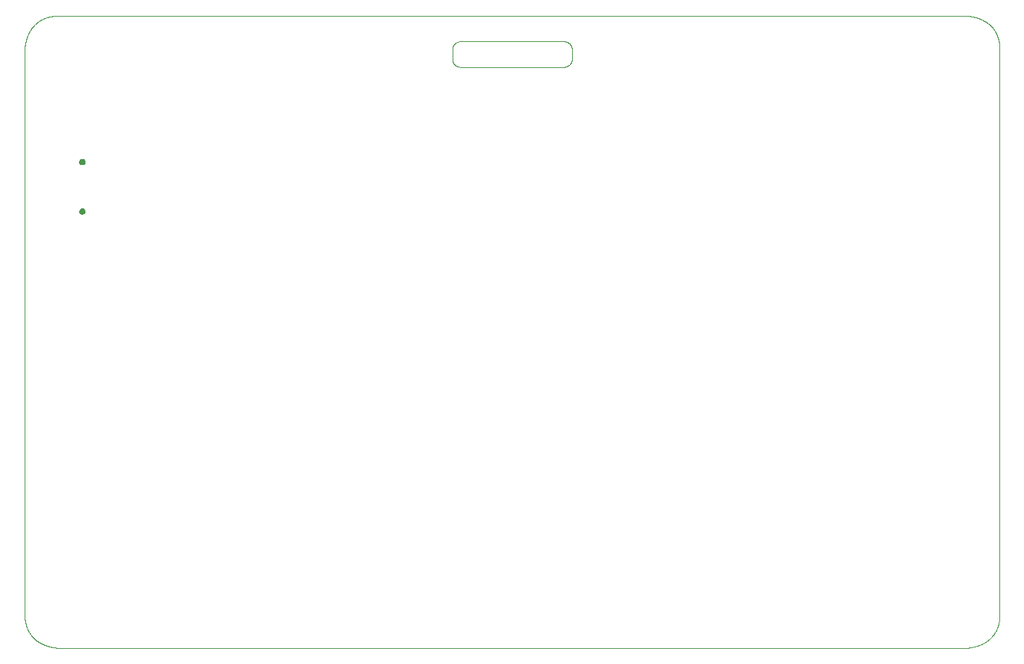
<source format=gbr>
%TF.GenerationSoftware,KiCad,Pcbnew,9.0.6*%
%TF.CreationDate,2026-01-26T23:14:37+09:00*%
%TF.ProjectId,bokaka,626f6b61-6b61-42e6-9b69-6361645f7063,rev?*%
%TF.SameCoordinates,Original*%
%TF.FileFunction,Profile,NP*%
%FSLAX46Y46*%
G04 Gerber Fmt 4.6, Leading zero omitted, Abs format (unit mm)*
G04 Created by KiCad (PCBNEW 9.0.6) date 2026-01-26 23:14:37*
%MOMM*%
%LPD*%
G01*
G04 APERTURE LIST*
%ADD10C,0.050000*%
%TA.AperFunction,Profile*%
%ADD11C,0.050000*%
%TD*%
%TA.AperFunction,Profile*%
%ADD12C,0.000000*%
%TD*%
G04 APERTURE END LIST*
D10*
X153000000Y-53000000D02*
X153005467Y-53000010D01*
X153010914Y-53000040D01*
X153016342Y-53000090D01*
X153021749Y-53000159D01*
X153027137Y-53000248D01*
X153032505Y-53000357D01*
X153037854Y-53000486D01*
X153043183Y-53000634D01*
X153048493Y-53000801D01*
X153053783Y-53000988D01*
X153059054Y-53001194D01*
X153064305Y-53001419D01*
X153069538Y-53001664D01*
X153074751Y-53001927D01*
X153079946Y-53002210D01*
X153085121Y-53002511D01*
X153090277Y-53002832D01*
X153095415Y-53003171D01*
X153100534Y-53003529D01*
X153105634Y-53003906D01*
X153110716Y-53004301D01*
X153115779Y-53004715D01*
X153120824Y-53005147D01*
X153125850Y-53005598D01*
X153130858Y-53006068D01*
X153135847Y-53006555D01*
X153140819Y-53007061D01*
X153145772Y-53007585D01*
X153150708Y-53008128D01*
X153155625Y-53008688D01*
X153160524Y-53009267D01*
X153165405Y-53009863D01*
X153170270Y-53010477D01*
X153175115Y-53011109D01*
X153179944Y-53011760D01*
X153184755Y-53012427D01*
X153189549Y-53013113D01*
X153194324Y-53013816D01*
X153199083Y-53014537D01*
X153203824Y-53015275D01*
X153208548Y-53016031D01*
X153213254Y-53016805D01*
X153217945Y-53017596D01*
X153222617Y-53018404D01*
X153227273Y-53019229D01*
X153231911Y-53020072D01*
X153236534Y-53020932D01*
X153241138Y-53021809D01*
X153245727Y-53022703D01*
X153250298Y-53023615D01*
X153254854Y-53024543D01*
X153259392Y-53025488D01*
X153263915Y-53026451D01*
X153268420Y-53027430D01*
X153272910Y-53028426D01*
X153277382Y-53029439D01*
X153281840Y-53030469D01*
X153286280Y-53031515D01*
X153290706Y-53032579D01*
X153295113Y-53033658D01*
X153299507Y-53034755D01*
X153303883Y-53035868D01*
X153308245Y-53036998D01*
X153312589Y-53038144D01*
X153316919Y-53039307D01*
X153321232Y-53040485D01*
X153325531Y-53041681D01*
X153329813Y-53042893D01*
X153334081Y-53044122D01*
X153338331Y-53045366D01*
X153342569Y-53046627D01*
X153346789Y-53047904D01*
X153350996Y-53049198D01*
X153355185Y-53050507D01*
X153363520Y-53053174D01*
X153371796Y-53055906D01*
X153380012Y-53058702D01*
X153388168Y-53061563D01*
X153396266Y-53064487D01*
X153404306Y-53067475D01*
X153412287Y-53070526D01*
X153420211Y-53073641D01*
X153428078Y-53076819D01*
X153435888Y-53080060D01*
X153443642Y-53083363D01*
X153451339Y-53086730D01*
X153458982Y-53090159D01*
X153466569Y-53093651D01*
X153474101Y-53097206D01*
X153481579Y-53100823D01*
X153489003Y-53104502D01*
X153496373Y-53108244D01*
X153503690Y-53112048D01*
X153510953Y-53115914D01*
X153518164Y-53119843D01*
X153525323Y-53123833D01*
X153532429Y-53127886D01*
X153539484Y-53132001D01*
X153546487Y-53136179D01*
X153553439Y-53140418D01*
X153560340Y-53144720D01*
X153567190Y-53149085D01*
X153573990Y-53153511D01*
X153580740Y-53158001D01*
X153587440Y-53162552D01*
X153594090Y-53167166D01*
X153600691Y-53171843D01*
X153607242Y-53176583D01*
X153613745Y-53181386D01*
X153620198Y-53186251D01*
X153626603Y-53191180D01*
X153632960Y-53196172D01*
X153639268Y-53201228D01*
X153645528Y-53206347D01*
X153651740Y-53211529D01*
X153657904Y-53216776D01*
X153664020Y-53222086D01*
X153670089Y-53227461D01*
X153676110Y-53232900D01*
X153682084Y-53238404D01*
X153688010Y-53243972D01*
X153693889Y-53249605D01*
X153699721Y-53255303D01*
X153705506Y-53261067D01*
X153711243Y-53266896D01*
X153716933Y-53272790D01*
X153722577Y-53278751D01*
X153728173Y-53284778D01*
X153733722Y-53290871D01*
X153739224Y-53297030D01*
X153744678Y-53303257D01*
X153750086Y-53309550D01*
X153755446Y-53315910D01*
X153760759Y-53322338D01*
X153766024Y-53328834D01*
X153771242Y-53335397D01*
X153776412Y-53342029D01*
X153781534Y-53348728D01*
X153786609Y-53355496D01*
X153791636Y-53362333D01*
X153796614Y-53369239D01*
X153801544Y-53376213D01*
X153806425Y-53383257D01*
X153811258Y-53390370D01*
X153816041Y-53397553D01*
X153820776Y-53404806D01*
X153825461Y-53412128D01*
X153830096Y-53419521D01*
X153834682Y-53426983D01*
X153839217Y-53434516D01*
X153843702Y-53442119D01*
X153848135Y-53449793D01*
X153852518Y-53457537D01*
X153856849Y-53465351D01*
X153861129Y-53473236D01*
X153865356Y-53481192D01*
X153869531Y-53489218D01*
X153873652Y-53497314D01*
X153877721Y-53505481D01*
X153881735Y-53513718D01*
X153885696Y-53522026D01*
X153889601Y-53530403D01*
X153893452Y-53538850D01*
X153897246Y-53547366D01*
X153900985Y-53555951D01*
X153904667Y-53564605D01*
X153908292Y-53573328D01*
X153911859Y-53582118D01*
X153915368Y-53590975D01*
X153918818Y-53599900D01*
X153922208Y-53608890D01*
X153925539Y-53617946D01*
X153928808Y-53627067D01*
X153932017Y-53636251D01*
X153935163Y-53645497D01*
X153938246Y-53654806D01*
X153941266Y-53664174D01*
X153944222Y-53673602D01*
X153947113Y-53683087D01*
X153949939Y-53692627D01*
X153952698Y-53702222D01*
X153955389Y-53711869D01*
X153958013Y-53721566D01*
X153960568Y-53731311D01*
X153963053Y-53741100D01*
X153965467Y-53750932D01*
X153967810Y-53760803D01*
X153970080Y-53770709D01*
X153972277Y-53780647D01*
X153974399Y-53790613D01*
X153976446Y-53800601D01*
X153978417Y-53810607D01*
X153980309Y-53820625D01*
X153982124Y-53830649D01*
X153983858Y-53840672D01*
X153985512Y-53850685D01*
X153987083Y-53860679D01*
X153988571Y-53870645D01*
X153989975Y-53880571D01*
X153991293Y-53890444D01*
X153992524Y-53900248D01*
X153993666Y-53909966D01*
X153994718Y-53919577D01*
X153995679Y-53929056D01*
X153996547Y-53938374D01*
X153997321Y-53947495D01*
X153998000Y-53956373D01*
X153998581Y-53964950D01*
X153999063Y-53973148D01*
X153999445Y-53980857D01*
X153999727Y-53987913D01*
X153999907Y-53994033D01*
X153999990Y-53998624D01*
X154000000Y-54000000D01*
X140000000Y-55000000D02*
X140000010Y-55005467D01*
X140000040Y-55010914D01*
X140000090Y-55016342D01*
X140000159Y-55021749D01*
X140000248Y-55027137D01*
X140000357Y-55032505D01*
X140000486Y-55037854D01*
X140000634Y-55043183D01*
X140000801Y-55048493D01*
X140000988Y-55053783D01*
X140001194Y-55059054D01*
X140001419Y-55064305D01*
X140001664Y-55069538D01*
X140001927Y-55074751D01*
X140002210Y-55079946D01*
X140002511Y-55085121D01*
X140002832Y-55090277D01*
X140003171Y-55095415D01*
X140003529Y-55100534D01*
X140003906Y-55105634D01*
X140004301Y-55110716D01*
X140004715Y-55115779D01*
X140005147Y-55120824D01*
X140005598Y-55125850D01*
X140006068Y-55130858D01*
X140006555Y-55135847D01*
X140007061Y-55140819D01*
X140007585Y-55145772D01*
X140008128Y-55150708D01*
X140008688Y-55155625D01*
X140009267Y-55160524D01*
X140009863Y-55165405D01*
X140010477Y-55170270D01*
X140011109Y-55175115D01*
X140011760Y-55179944D01*
X140012427Y-55184755D01*
X140013113Y-55189549D01*
X140013816Y-55194324D01*
X140014537Y-55199083D01*
X140015275Y-55203824D01*
X140016031Y-55208548D01*
X140016805Y-55213254D01*
X140017596Y-55217945D01*
X140018404Y-55222617D01*
X140019229Y-55227273D01*
X140020072Y-55231911D01*
X140020932Y-55236534D01*
X140021809Y-55241138D01*
X140022703Y-55245727D01*
X140023615Y-55250298D01*
X140024543Y-55254854D01*
X140025488Y-55259392D01*
X140026451Y-55263915D01*
X140027430Y-55268420D01*
X140028426Y-55272910D01*
X140029439Y-55277382D01*
X140030469Y-55281840D01*
X140031515Y-55286280D01*
X140032579Y-55290706D01*
X140033658Y-55295113D01*
X140034755Y-55299507D01*
X140035868Y-55303883D01*
X140036998Y-55308245D01*
X140038144Y-55312589D01*
X140039307Y-55316919D01*
X140040485Y-55321232D01*
X140041681Y-55325531D01*
X140042893Y-55329813D01*
X140044122Y-55334081D01*
X140045366Y-55338331D01*
X140046627Y-55342569D01*
X140047904Y-55346789D01*
X140049198Y-55350996D01*
X140050507Y-55355185D01*
X140053174Y-55363520D01*
X140055906Y-55371796D01*
X140058702Y-55380012D01*
X140061563Y-55388168D01*
X140064487Y-55396266D01*
X140067475Y-55404306D01*
X140070526Y-55412287D01*
X140073641Y-55420211D01*
X140076819Y-55428078D01*
X140080060Y-55435888D01*
X140083363Y-55443642D01*
X140086730Y-55451339D01*
X140090159Y-55458982D01*
X140093651Y-55466569D01*
X140097206Y-55474101D01*
X140100823Y-55481579D01*
X140104502Y-55489003D01*
X140108244Y-55496373D01*
X140112048Y-55503690D01*
X140115914Y-55510953D01*
X140119843Y-55518164D01*
X140123833Y-55525323D01*
X140127886Y-55532429D01*
X140132001Y-55539484D01*
X140136179Y-55546487D01*
X140140418Y-55553439D01*
X140144720Y-55560340D01*
X140149085Y-55567190D01*
X140153511Y-55573990D01*
X140158001Y-55580740D01*
X140162552Y-55587440D01*
X140167166Y-55594090D01*
X140171843Y-55600691D01*
X140176583Y-55607242D01*
X140181386Y-55613745D01*
X140186251Y-55620198D01*
X140191180Y-55626603D01*
X140196172Y-55632960D01*
X140201228Y-55639268D01*
X140206347Y-55645528D01*
X140211529Y-55651740D01*
X140216776Y-55657904D01*
X140222086Y-55664020D01*
X140227461Y-55670089D01*
X140232900Y-55676110D01*
X140238404Y-55682084D01*
X140243972Y-55688010D01*
X140249605Y-55693889D01*
X140255303Y-55699721D01*
X140261067Y-55705506D01*
X140266896Y-55711243D01*
X140272790Y-55716933D01*
X140278751Y-55722577D01*
X140284778Y-55728173D01*
X140290871Y-55733722D01*
X140297030Y-55739224D01*
X140303257Y-55744678D01*
X140309550Y-55750086D01*
X140315910Y-55755446D01*
X140322338Y-55760759D01*
X140328834Y-55766024D01*
X140335397Y-55771242D01*
X140342029Y-55776412D01*
X140348728Y-55781534D01*
X140355496Y-55786609D01*
X140362333Y-55791636D01*
X140369239Y-55796614D01*
X140376213Y-55801544D01*
X140383257Y-55806425D01*
X140390370Y-55811258D01*
X140397553Y-55816041D01*
X140404806Y-55820776D01*
X140412128Y-55825461D01*
X140419521Y-55830096D01*
X140426983Y-55834682D01*
X140434516Y-55839217D01*
X140442119Y-55843702D01*
X140449793Y-55848135D01*
X140457537Y-55852518D01*
X140465351Y-55856849D01*
X140473236Y-55861129D01*
X140481192Y-55865356D01*
X140489218Y-55869531D01*
X140497314Y-55873652D01*
X140505481Y-55877721D01*
X140513718Y-55881735D01*
X140522026Y-55885696D01*
X140530403Y-55889601D01*
X140538850Y-55893452D01*
X140547366Y-55897246D01*
X140555951Y-55900985D01*
X140564605Y-55904667D01*
X140573328Y-55908292D01*
X140582118Y-55911859D01*
X140590975Y-55915368D01*
X140599900Y-55918818D01*
X140608890Y-55922208D01*
X140617946Y-55925539D01*
X140627067Y-55928808D01*
X140636251Y-55932017D01*
X140645497Y-55935163D01*
X140654806Y-55938246D01*
X140664174Y-55941266D01*
X140673602Y-55944222D01*
X140683087Y-55947113D01*
X140692627Y-55949939D01*
X140702222Y-55952698D01*
X140711869Y-55955389D01*
X140721566Y-55958013D01*
X140731311Y-55960568D01*
X140741100Y-55963053D01*
X140750932Y-55965467D01*
X140760803Y-55967810D01*
X140770709Y-55970080D01*
X140780647Y-55972277D01*
X140790613Y-55974399D01*
X140800601Y-55976446D01*
X140810607Y-55978417D01*
X140820625Y-55980309D01*
X140830649Y-55982124D01*
X140840672Y-55983858D01*
X140850685Y-55985512D01*
X140860679Y-55987083D01*
X140870645Y-55988571D01*
X140880571Y-55989975D01*
X140890444Y-55991293D01*
X140900248Y-55992524D01*
X140909966Y-55993666D01*
X140919577Y-55994718D01*
X140929056Y-55995679D01*
X140938374Y-55996547D01*
X140947495Y-55997321D01*
X140956373Y-55998000D01*
X140964950Y-55998581D01*
X140973148Y-55999063D01*
X140980857Y-55999445D01*
X140987913Y-55999727D01*
X140994033Y-55999907D01*
X140998624Y-55999990D01*
X141000000Y-56000000D01*
X141000000Y-53000000D02*
X140994533Y-53000010D01*
X140989086Y-53000040D01*
X140983658Y-53000090D01*
X140978251Y-53000159D01*
X140972863Y-53000248D01*
X140967495Y-53000357D01*
X140962146Y-53000486D01*
X140956817Y-53000634D01*
X140951507Y-53000801D01*
X140946217Y-53000988D01*
X140940946Y-53001194D01*
X140935695Y-53001419D01*
X140930462Y-53001664D01*
X140925249Y-53001927D01*
X140920054Y-53002210D01*
X140914879Y-53002511D01*
X140909723Y-53002832D01*
X140904585Y-53003171D01*
X140899466Y-53003529D01*
X140894366Y-53003906D01*
X140889284Y-53004301D01*
X140884221Y-53004715D01*
X140879176Y-53005147D01*
X140874150Y-53005598D01*
X140869142Y-53006068D01*
X140864153Y-53006555D01*
X140859181Y-53007061D01*
X140854228Y-53007585D01*
X140849292Y-53008128D01*
X140844375Y-53008688D01*
X140839476Y-53009267D01*
X140834595Y-53009863D01*
X140829730Y-53010477D01*
X140824885Y-53011109D01*
X140820056Y-53011760D01*
X140815245Y-53012427D01*
X140810451Y-53013113D01*
X140805676Y-53013816D01*
X140800917Y-53014537D01*
X140796176Y-53015275D01*
X140791452Y-53016031D01*
X140786746Y-53016805D01*
X140782055Y-53017596D01*
X140777383Y-53018404D01*
X140772727Y-53019229D01*
X140768089Y-53020072D01*
X140763466Y-53020932D01*
X140758862Y-53021809D01*
X140754273Y-53022703D01*
X140749702Y-53023615D01*
X140745146Y-53024543D01*
X140740608Y-53025488D01*
X140736085Y-53026451D01*
X140731580Y-53027430D01*
X140727090Y-53028426D01*
X140722618Y-53029439D01*
X140718160Y-53030469D01*
X140713720Y-53031515D01*
X140709294Y-53032579D01*
X140704887Y-53033658D01*
X140700493Y-53034755D01*
X140696117Y-53035868D01*
X140691755Y-53036998D01*
X140687411Y-53038144D01*
X140683081Y-53039307D01*
X140678768Y-53040485D01*
X140674469Y-53041681D01*
X140670187Y-53042893D01*
X140665919Y-53044122D01*
X140661669Y-53045366D01*
X140657431Y-53046627D01*
X140653211Y-53047904D01*
X140649004Y-53049198D01*
X140644815Y-53050507D01*
X140636480Y-53053174D01*
X140628204Y-53055906D01*
X140619988Y-53058702D01*
X140611832Y-53061563D01*
X140603734Y-53064487D01*
X140595694Y-53067475D01*
X140587713Y-53070526D01*
X140579789Y-53073641D01*
X140571922Y-53076819D01*
X140564112Y-53080060D01*
X140556358Y-53083363D01*
X140548661Y-53086730D01*
X140541018Y-53090159D01*
X140533431Y-53093651D01*
X140525899Y-53097206D01*
X140518421Y-53100823D01*
X140510997Y-53104502D01*
X140503627Y-53108244D01*
X140496310Y-53112048D01*
X140489047Y-53115914D01*
X140481836Y-53119843D01*
X140474677Y-53123833D01*
X140467571Y-53127886D01*
X140460516Y-53132001D01*
X140453513Y-53136179D01*
X140446561Y-53140418D01*
X140439660Y-53144720D01*
X140432810Y-53149085D01*
X140426010Y-53153511D01*
X140419260Y-53158001D01*
X140412560Y-53162552D01*
X140405910Y-53167166D01*
X140399309Y-53171843D01*
X140392758Y-53176583D01*
X140386255Y-53181386D01*
X140379802Y-53186251D01*
X140373397Y-53191180D01*
X140367040Y-53196172D01*
X140360732Y-53201228D01*
X140354472Y-53206347D01*
X140348260Y-53211529D01*
X140342096Y-53216776D01*
X140335980Y-53222086D01*
X140329911Y-53227461D01*
X140323890Y-53232900D01*
X140317916Y-53238404D01*
X140311990Y-53243972D01*
X140306111Y-53249605D01*
X140300279Y-53255303D01*
X140294494Y-53261067D01*
X140288757Y-53266896D01*
X140283067Y-53272790D01*
X140277423Y-53278751D01*
X140271827Y-53284778D01*
X140266278Y-53290871D01*
X140260776Y-53297030D01*
X140255322Y-53303257D01*
X140249914Y-53309550D01*
X140244554Y-53315910D01*
X140239241Y-53322338D01*
X140233976Y-53328834D01*
X140228758Y-53335397D01*
X140223588Y-53342029D01*
X140218466Y-53348728D01*
X140213391Y-53355496D01*
X140208364Y-53362333D01*
X140203386Y-53369239D01*
X140198456Y-53376213D01*
X140193575Y-53383257D01*
X140188742Y-53390370D01*
X140183959Y-53397553D01*
X140179224Y-53404806D01*
X140174539Y-53412128D01*
X140169904Y-53419521D01*
X140165318Y-53426983D01*
X140160783Y-53434516D01*
X140156298Y-53442119D01*
X140151865Y-53449793D01*
X140147482Y-53457537D01*
X140143151Y-53465351D01*
X140138871Y-53473236D01*
X140134644Y-53481192D01*
X140130469Y-53489218D01*
X140126348Y-53497314D01*
X140122279Y-53505481D01*
X140118265Y-53513718D01*
X140114304Y-53522026D01*
X140110399Y-53530403D01*
X140106548Y-53538850D01*
X140102754Y-53547366D01*
X140099015Y-53555951D01*
X140095333Y-53564605D01*
X140091708Y-53573328D01*
X140088141Y-53582118D01*
X140084632Y-53590975D01*
X140081182Y-53599900D01*
X140077792Y-53608890D01*
X140074461Y-53617946D01*
X140071192Y-53627067D01*
X140067983Y-53636251D01*
X140064837Y-53645497D01*
X140061754Y-53654806D01*
X140058734Y-53664174D01*
X140055778Y-53673602D01*
X140052887Y-53683087D01*
X140050061Y-53692627D01*
X140047302Y-53702222D01*
X140044611Y-53711869D01*
X140041987Y-53721566D01*
X140039432Y-53731311D01*
X140036947Y-53741100D01*
X140034533Y-53750932D01*
X140032190Y-53760803D01*
X140029920Y-53770709D01*
X140027723Y-53780647D01*
X140025601Y-53790613D01*
X140023554Y-53800601D01*
X140021583Y-53810607D01*
X140019691Y-53820625D01*
X140017876Y-53830649D01*
X140016142Y-53840672D01*
X140014488Y-53850685D01*
X140012917Y-53860679D01*
X140011429Y-53870645D01*
X140010025Y-53880571D01*
X140008707Y-53890444D01*
X140007476Y-53900248D01*
X140006334Y-53909966D01*
X140005282Y-53919577D01*
X140004321Y-53929056D01*
X140003453Y-53938374D01*
X140002679Y-53947495D01*
X140002000Y-53956373D01*
X140001419Y-53964950D01*
X140000937Y-53973148D01*
X140000555Y-53980857D01*
X140000273Y-53987913D01*
X140000093Y-53994033D01*
X140000010Y-53998624D01*
X140000000Y-54000000D01*
D11*
X200000000Y-124000000D02*
X94000000Y-124000000D01*
X90000000Y-120000000D02*
X90000000Y-54000000D01*
X141000000Y-53000000D02*
X153000000Y-53000000D01*
D10*
X204000000Y-120000000D02*
X203999990Y-120010944D01*
X203999960Y-120021869D01*
X203999910Y-120032773D01*
X203999840Y-120043658D01*
X203999751Y-120054523D01*
X203999641Y-120065368D01*
X203999512Y-120076193D01*
X203999363Y-120086998D01*
X203999194Y-120097784D01*
X203999006Y-120108550D01*
X203998798Y-120119296D01*
X203998570Y-120130023D01*
X203998323Y-120140730D01*
X203998057Y-120151417D01*
X203997770Y-120162085D01*
X203997465Y-120172734D01*
X203997140Y-120183363D01*
X203996795Y-120193973D01*
X203996431Y-120204563D01*
X203996048Y-120215134D01*
X203995645Y-120225686D01*
X203995224Y-120236218D01*
X203994783Y-120246732D01*
X203994322Y-120257225D01*
X203993843Y-120267700D01*
X203993345Y-120278156D01*
X203992827Y-120288593D01*
X203992291Y-120299010D01*
X203991735Y-120309409D01*
X203991160Y-120319789D01*
X203990567Y-120330150D01*
X203989954Y-120340491D01*
X203989323Y-120350814D01*
X203988672Y-120361118D01*
X203988003Y-120371404D01*
X203987315Y-120381670D01*
X203986609Y-120391918D01*
X203985883Y-120402147D01*
X203985139Y-120412358D01*
X203984376Y-120422549D01*
X203983595Y-120432723D01*
X203982795Y-120442877D01*
X203981976Y-120453014D01*
X203981139Y-120463131D01*
X203980283Y-120473231D01*
X203979409Y-120483312D01*
X203978516Y-120493374D01*
X203977605Y-120503418D01*
X203976675Y-120513444D01*
X203975727Y-120523452D01*
X203974761Y-120533441D01*
X203973777Y-120543412D01*
X203972774Y-120553365D01*
X203971753Y-120563300D01*
X203970713Y-120573217D01*
X203969656Y-120583115D01*
X203968580Y-120592996D01*
X203967486Y-120602858D01*
X203966374Y-120612704D01*
X203965244Y-120622530D01*
X203964096Y-120632339D01*
X203962930Y-120642129D01*
X203961746Y-120651903D01*
X203960544Y-120661658D01*
X203959324Y-120671396D01*
X203958086Y-120681115D01*
X203956830Y-120690818D01*
X203955557Y-120700502D01*
X203954265Y-120710170D01*
X203952956Y-120719818D01*
X203951629Y-120729451D01*
X203950284Y-120739064D01*
X203948921Y-120748662D01*
X203947541Y-120758240D01*
X203946143Y-120767803D01*
X203944728Y-120777346D01*
X203943294Y-120786874D01*
X203941844Y-120796383D01*
X203940375Y-120805877D01*
X203938889Y-120815351D01*
X203937386Y-120824810D01*
X203935865Y-120834250D01*
X203934326Y-120843674D01*
X203932771Y-120853080D01*
X203931197Y-120862470D01*
X203929607Y-120871842D01*
X203927998Y-120881198D01*
X203926373Y-120890535D01*
X203924730Y-120899858D01*
X203923070Y-120909161D01*
X203921393Y-120918450D01*
X203919699Y-120927719D01*
X203917987Y-120936974D01*
X203916258Y-120946210D01*
X203914511Y-120955432D01*
X203912748Y-120964634D01*
X203910967Y-120973822D01*
X203909170Y-120982991D01*
X203907355Y-120992146D01*
X203905524Y-121001282D01*
X203903675Y-121010403D01*
X203901809Y-121019506D01*
X203899926Y-121028594D01*
X203898026Y-121037664D01*
X203896109Y-121046719D01*
X203894175Y-121055756D01*
X203892225Y-121064779D01*
X203890257Y-121073783D01*
X203888272Y-121082773D01*
X203886271Y-121091745D01*
X203884253Y-121100702D01*
X203882218Y-121109641D01*
X203880166Y-121118566D01*
X203878098Y-121127473D01*
X203876012Y-121136366D01*
X203873910Y-121145240D01*
X203871791Y-121154101D01*
X203869656Y-121162943D01*
X203867503Y-121171771D01*
X203865335Y-121180582D01*
X203863149Y-121189378D01*
X203860947Y-121198156D01*
X203858728Y-121206921D01*
X203856493Y-121215668D01*
X203854241Y-121224401D01*
X203851973Y-121233116D01*
X203849687Y-121241818D01*
X203847386Y-121250501D01*
X203845068Y-121259171D01*
X203842734Y-121267823D01*
X203840382Y-121276462D01*
X203838015Y-121285083D01*
X203835631Y-121293690D01*
X203833231Y-121302280D01*
X203830814Y-121310857D01*
X203828381Y-121319415D01*
X203825931Y-121327961D01*
X203823466Y-121336488D01*
X203820984Y-121345003D01*
X203818485Y-121353500D01*
X203815970Y-121361984D01*
X203813440Y-121370450D01*
X203810892Y-121378903D01*
X203808329Y-121387339D01*
X203805748Y-121395762D01*
X203803153Y-121404167D01*
X203800540Y-121412559D01*
X203797912Y-121420934D01*
X203795267Y-121429296D01*
X203792607Y-121437641D01*
X203787236Y-121454287D01*
X203781802Y-121470873D01*
X203776303Y-121487400D01*
X203770739Y-121503867D01*
X203765111Y-121520274D01*
X203759420Y-121536623D01*
X203753664Y-121552912D01*
X203747844Y-121569143D01*
X203741960Y-121585315D01*
X203736013Y-121601429D01*
X203730002Y-121617485D01*
X203723927Y-121633483D01*
X203717789Y-121649423D01*
X203711588Y-121665305D01*
X203705323Y-121681131D01*
X203698994Y-121696899D01*
X203692603Y-121712611D01*
X203686148Y-121728266D01*
X203679630Y-121743864D01*
X203673049Y-121759406D01*
X203666406Y-121774892D01*
X203659699Y-121790323D01*
X203652929Y-121805697D01*
X203646097Y-121821016D01*
X203639202Y-121836280D01*
X203632244Y-121851489D01*
X203625223Y-121866643D01*
X203618140Y-121881742D01*
X203610994Y-121896786D01*
X203603786Y-121911776D01*
X203596515Y-121926712D01*
X203589181Y-121941594D01*
X203581785Y-121956422D01*
X203574326Y-121971196D01*
X203566806Y-121985917D01*
X203559222Y-122000585D01*
X203551576Y-122015199D01*
X203543868Y-122029761D01*
X203536098Y-122044269D01*
X203528265Y-122058725D01*
X203520369Y-122073129D01*
X203512412Y-122087480D01*
X203504392Y-122101779D01*
X203496309Y-122116025D01*
X203488164Y-122130220D01*
X203479957Y-122144363D01*
X203471688Y-122158455D01*
X203463356Y-122172495D01*
X203454961Y-122186484D01*
X203446504Y-122200422D01*
X203437985Y-122214308D01*
X203429403Y-122228144D01*
X203420759Y-122241929D01*
X203412053Y-122255664D01*
X203403283Y-122269348D01*
X203394451Y-122282981D01*
X203385557Y-122296565D01*
X203376600Y-122310098D01*
X203367580Y-122323581D01*
X203358498Y-122337014D01*
X203349352Y-122350398D01*
X203340144Y-122363732D01*
X203330874Y-122377017D01*
X203321540Y-122390252D01*
X203312143Y-122403437D01*
X203302683Y-122416574D01*
X203293161Y-122429662D01*
X203283575Y-122442700D01*
X203273926Y-122455690D01*
X203264214Y-122468630D01*
X203254438Y-122481522D01*
X203244599Y-122494366D01*
X203234697Y-122507161D01*
X203224731Y-122519907D01*
X203214702Y-122532605D01*
X203204609Y-122545255D01*
X203194453Y-122557857D01*
X203184232Y-122570410D01*
X203173948Y-122582916D01*
X203163600Y-122595373D01*
X203153188Y-122607783D01*
X203142712Y-122620145D01*
X203132171Y-122632459D01*
X203121567Y-122644725D01*
X203110898Y-122656943D01*
X203100165Y-122669114D01*
X203089367Y-122681238D01*
X203078504Y-122693313D01*
X203067577Y-122705342D01*
X203056585Y-122717323D01*
X203045528Y-122729256D01*
X203034407Y-122741142D01*
X203023220Y-122752981D01*
X203011968Y-122764773D01*
X203000650Y-122776517D01*
X202989268Y-122788214D01*
X202977820Y-122799864D01*
X202966306Y-122811467D01*
X202954726Y-122823023D01*
X202943081Y-122834531D01*
X202931370Y-122845993D01*
X202919593Y-122857407D01*
X202907750Y-122868774D01*
X202895841Y-122880094D01*
X202883865Y-122891367D01*
X202871823Y-122902593D01*
X202859714Y-122913771D01*
X202847539Y-122924903D01*
X202835297Y-122935987D01*
X202822988Y-122947025D01*
X202810612Y-122958015D01*
X202798169Y-122968958D01*
X202785658Y-122979853D01*
X202773081Y-122990702D01*
X202760436Y-123001503D01*
X202747723Y-123012257D01*
X202734943Y-123022964D01*
X202722095Y-123033623D01*
X202709180Y-123044235D01*
X202696196Y-123054799D01*
X202683144Y-123065316D01*
X202670024Y-123075786D01*
X202656835Y-123086207D01*
X202643579Y-123096581D01*
X202630253Y-123106908D01*
X202616859Y-123117186D01*
X202603397Y-123127417D01*
X202589865Y-123137600D01*
X202576264Y-123147735D01*
X202562595Y-123157822D01*
X202548856Y-123167860D01*
X202535048Y-123177851D01*
X202521171Y-123187793D01*
X202507224Y-123197686D01*
X202493207Y-123207531D01*
X202479121Y-123217328D01*
X202464965Y-123227076D01*
X202450740Y-123236775D01*
X202436444Y-123246425D01*
X202422079Y-123256026D01*
X202407643Y-123265578D01*
X202393137Y-123275081D01*
X202378561Y-123284535D01*
X202363914Y-123293938D01*
X202349197Y-123303293D01*
X202334410Y-123312597D01*
X202319552Y-123321852D01*
X202304624Y-123331057D01*
X202289624Y-123340211D01*
X202274554Y-123349316D01*
X202259414Y-123358369D01*
X202244202Y-123367373D01*
X202228919Y-123376325D01*
X202213566Y-123385227D01*
X202198142Y-123394077D01*
X202182646Y-123402877D01*
X202167080Y-123411625D01*
X202151442Y-123420321D01*
X202135734Y-123428965D01*
X202119954Y-123437558D01*
X202104103Y-123446099D01*
X202088182Y-123454587D01*
X202072189Y-123463023D01*
X202056125Y-123471406D01*
X202039990Y-123479736D01*
X202023784Y-123488013D01*
X202007507Y-123496237D01*
X201991159Y-123504408D01*
X201974740Y-123512524D01*
X201958250Y-123520587D01*
X201941690Y-123528596D01*
X201925059Y-123536550D01*
X201908357Y-123544450D01*
X201891584Y-123552294D01*
X201874742Y-123560084D01*
X201857828Y-123567819D01*
X201840845Y-123575498D01*
X201823791Y-123583121D01*
X201806668Y-123590688D01*
X201789475Y-123598199D01*
X201772212Y-123605653D01*
X201754880Y-123613050D01*
X201737478Y-123620391D01*
X201720008Y-123627674D01*
X201702468Y-123634899D01*
X201684860Y-123642066D01*
X201667184Y-123649176D01*
X201649439Y-123656226D01*
X201631627Y-123663218D01*
X201613747Y-123670151D01*
X201595801Y-123677025D01*
X201577787Y-123683839D01*
X201559706Y-123690592D01*
X201541560Y-123697286D01*
X201523348Y-123703919D01*
X201505070Y-123710491D01*
X201486728Y-123717001D01*
X201468321Y-123723450D01*
X201449850Y-123729838D01*
X201431316Y-123736162D01*
X201412718Y-123742425D01*
X201394059Y-123748624D01*
X201375337Y-123754760D01*
X201356555Y-123760832D01*
X201337712Y-123766840D01*
X201318809Y-123772783D01*
X201299847Y-123778662D01*
X201280827Y-123784476D01*
X201261749Y-123790224D01*
X201242614Y-123795906D01*
X201223423Y-123801521D01*
X201204178Y-123807070D01*
X201184878Y-123812552D01*
X201165526Y-123817966D01*
X201146121Y-123823312D01*
X201126666Y-123828590D01*
X201107160Y-123833799D01*
X201087607Y-123838938D01*
X201068006Y-123844008D01*
X201048358Y-123849008D01*
X201028667Y-123853937D01*
X201008932Y-123858795D01*
X200989156Y-123863581D01*
X200969339Y-123868296D01*
X200949485Y-123872938D01*
X200929594Y-123877507D01*
X200909668Y-123882002D01*
X200889709Y-123886424D01*
X200869720Y-123890771D01*
X200849702Y-123895043D01*
X200829658Y-123899240D01*
X200809590Y-123903361D01*
X200789501Y-123907405D01*
X200769393Y-123911372D01*
X200749269Y-123915261D01*
X200729132Y-123919073D01*
X200708986Y-123922805D01*
X200688833Y-123926459D01*
X200668676Y-123930032D01*
X200648521Y-123933525D01*
X200628370Y-123936937D01*
X200608227Y-123940268D01*
X200588098Y-123943516D01*
X200567986Y-123946681D01*
X200547897Y-123949763D01*
X200527837Y-123952761D01*
X200507809Y-123955674D01*
X200487822Y-123958501D01*
X200467881Y-123961242D01*
X200447993Y-123963897D01*
X200428166Y-123966464D01*
X200408407Y-123968943D01*
X200388726Y-123971333D01*
X200369131Y-123973634D01*
X200349634Y-123975844D01*
X200330244Y-123977963D01*
X200310975Y-123979990D01*
X200291840Y-123981925D01*
X200272852Y-123983766D01*
X200254029Y-123985513D01*
X200235389Y-123987165D01*
X200216950Y-123988721D01*
X200198736Y-123990180D01*
X200180773Y-123991542D01*
X200163089Y-123992805D01*
X200145719Y-123993969D01*
X200128700Y-123995033D01*
X200112080Y-123995996D01*
X200095914Y-123996856D01*
X200080271Y-123997614D01*
X200065234Y-123998267D01*
X200050916Y-123998817D01*
X200037466Y-123999260D01*
X200025101Y-123999599D01*
X200014165Y-123999832D01*
X200005295Y-123999962D01*
X200000000Y-124000000D01*
X154000000Y-55000000D02*
X153999990Y-55005467D01*
X153999960Y-55010914D01*
X153999910Y-55016342D01*
X153999841Y-55021749D01*
X153999752Y-55027137D01*
X153999643Y-55032505D01*
X153999514Y-55037854D01*
X153999366Y-55043183D01*
X153999199Y-55048493D01*
X153999012Y-55053783D01*
X153998806Y-55059054D01*
X153998581Y-55064305D01*
X153998336Y-55069538D01*
X153998073Y-55074751D01*
X153997790Y-55079946D01*
X153997489Y-55085121D01*
X153997168Y-55090277D01*
X153996829Y-55095415D01*
X153996471Y-55100534D01*
X153996094Y-55105634D01*
X153995699Y-55110716D01*
X153995285Y-55115779D01*
X153994853Y-55120824D01*
X153994402Y-55125850D01*
X153993932Y-55130858D01*
X153993445Y-55135847D01*
X153992939Y-55140819D01*
X153992415Y-55145772D01*
X153991872Y-55150708D01*
X153991312Y-55155625D01*
X153990733Y-55160524D01*
X153990137Y-55165405D01*
X153989523Y-55170270D01*
X153988891Y-55175115D01*
X153988240Y-55179944D01*
X153987573Y-55184755D01*
X153986887Y-55189549D01*
X153986184Y-55194324D01*
X153985463Y-55199083D01*
X153984725Y-55203824D01*
X153983969Y-55208548D01*
X153983195Y-55213254D01*
X153982404Y-55217945D01*
X153981596Y-55222617D01*
X153980771Y-55227273D01*
X153979928Y-55231911D01*
X153979068Y-55236534D01*
X153978191Y-55241138D01*
X153977297Y-55245727D01*
X153976385Y-55250298D01*
X153975457Y-55254854D01*
X153974512Y-55259392D01*
X153973549Y-55263915D01*
X153972570Y-55268420D01*
X153971574Y-55272910D01*
X153970561Y-55277382D01*
X153969531Y-55281840D01*
X153968485Y-55286280D01*
X153967421Y-55290706D01*
X153966342Y-55295113D01*
X153965245Y-55299507D01*
X153964132Y-55303883D01*
X153963002Y-55308245D01*
X153961856Y-55312589D01*
X153960693Y-55316919D01*
X153959515Y-55321232D01*
X153958319Y-55325531D01*
X153957107Y-55329813D01*
X153955878Y-55334081D01*
X153954634Y-55338331D01*
X153953373Y-55342569D01*
X153952096Y-55346789D01*
X153950802Y-55350996D01*
X153949493Y-55355185D01*
X153946826Y-55363520D01*
X153944094Y-55371796D01*
X153941298Y-55380012D01*
X153938437Y-55388168D01*
X153935513Y-55396266D01*
X153932525Y-55404306D01*
X153929474Y-55412287D01*
X153926359Y-55420211D01*
X153923181Y-55428078D01*
X153919940Y-55435888D01*
X153916637Y-55443642D01*
X153913270Y-55451339D01*
X153909841Y-55458982D01*
X153906349Y-55466569D01*
X153902794Y-55474101D01*
X153899177Y-55481579D01*
X153895498Y-55489003D01*
X153891756Y-55496373D01*
X153887952Y-55503690D01*
X153884086Y-55510953D01*
X153880157Y-55518164D01*
X153876167Y-55525323D01*
X153872114Y-55532429D01*
X153867999Y-55539484D01*
X153863821Y-55546487D01*
X153859582Y-55553439D01*
X153855280Y-55560340D01*
X153850915Y-55567190D01*
X153846489Y-55573990D01*
X153841999Y-55580740D01*
X153837448Y-55587440D01*
X153832834Y-55594090D01*
X153828157Y-55600691D01*
X153823417Y-55607242D01*
X153818614Y-55613745D01*
X153813749Y-55620198D01*
X153808820Y-55626603D01*
X153803828Y-55632960D01*
X153798772Y-55639268D01*
X153793653Y-55645528D01*
X153788471Y-55651740D01*
X153783224Y-55657904D01*
X153777914Y-55664020D01*
X153772539Y-55670089D01*
X153767100Y-55676110D01*
X153761596Y-55682084D01*
X153756028Y-55688010D01*
X153750395Y-55693889D01*
X153744697Y-55699721D01*
X153738933Y-55705506D01*
X153733104Y-55711243D01*
X153727210Y-55716933D01*
X153721249Y-55722577D01*
X153715222Y-55728173D01*
X153709129Y-55733722D01*
X153702970Y-55739224D01*
X153696743Y-55744678D01*
X153690450Y-55750086D01*
X153684090Y-55755446D01*
X153677662Y-55760759D01*
X153671166Y-55766024D01*
X153664603Y-55771242D01*
X153657971Y-55776412D01*
X153651272Y-55781534D01*
X153644504Y-55786609D01*
X153637667Y-55791636D01*
X153630761Y-55796614D01*
X153623787Y-55801544D01*
X153616743Y-55806425D01*
X153609630Y-55811258D01*
X153602447Y-55816041D01*
X153595194Y-55820776D01*
X153587872Y-55825461D01*
X153580479Y-55830096D01*
X153573017Y-55834682D01*
X153565484Y-55839217D01*
X153557881Y-55843702D01*
X153550207Y-55848135D01*
X153542463Y-55852518D01*
X153534649Y-55856849D01*
X153526764Y-55861129D01*
X153518808Y-55865356D01*
X153510782Y-55869531D01*
X153502686Y-55873652D01*
X153494519Y-55877721D01*
X153486282Y-55881735D01*
X153477974Y-55885696D01*
X153469597Y-55889601D01*
X153461150Y-55893452D01*
X153452634Y-55897246D01*
X153444049Y-55900985D01*
X153435395Y-55904667D01*
X153426672Y-55908292D01*
X153417882Y-55911859D01*
X153409025Y-55915368D01*
X153400100Y-55918818D01*
X153391110Y-55922208D01*
X153382054Y-55925539D01*
X153372933Y-55928808D01*
X153363749Y-55932017D01*
X153354503Y-55935163D01*
X153345194Y-55938246D01*
X153335826Y-55941266D01*
X153326398Y-55944222D01*
X153316913Y-55947113D01*
X153307373Y-55949939D01*
X153297778Y-55952698D01*
X153288131Y-55955389D01*
X153278434Y-55958013D01*
X153268689Y-55960568D01*
X153258900Y-55963053D01*
X153249068Y-55965467D01*
X153239197Y-55967810D01*
X153229291Y-55970080D01*
X153219353Y-55972277D01*
X153209387Y-55974399D01*
X153199399Y-55976446D01*
X153189393Y-55978417D01*
X153179375Y-55980309D01*
X153169351Y-55982124D01*
X153159328Y-55983858D01*
X153149315Y-55985512D01*
X153139321Y-55987083D01*
X153129355Y-55988571D01*
X153119429Y-55989975D01*
X153109556Y-55991293D01*
X153099752Y-55992524D01*
X153090034Y-55993666D01*
X153080423Y-55994718D01*
X153070944Y-55995679D01*
X153061626Y-55996547D01*
X153052505Y-55997321D01*
X153043627Y-55998000D01*
X153035050Y-55998581D01*
X153026852Y-55999063D01*
X153019143Y-55999445D01*
X153012087Y-55999727D01*
X153005967Y-55999907D01*
X153001376Y-55999990D01*
X153000000Y-56000000D01*
D11*
X140000000Y-55000000D02*
X140000000Y-54000000D01*
D10*
X94000000Y-50000000D02*
X93989056Y-50000010D01*
X93978131Y-50000040D01*
X93967227Y-50000090D01*
X93956342Y-50000160D01*
X93945477Y-50000249D01*
X93934632Y-50000359D01*
X93923807Y-50000488D01*
X93913002Y-50000637D01*
X93902216Y-50000806D01*
X93891450Y-50000994D01*
X93880704Y-50001202D01*
X93869977Y-50001430D01*
X93859270Y-50001677D01*
X93848583Y-50001943D01*
X93837915Y-50002230D01*
X93827266Y-50002535D01*
X93816637Y-50002860D01*
X93806027Y-50003205D01*
X93795437Y-50003569D01*
X93784866Y-50003952D01*
X93774314Y-50004355D01*
X93763782Y-50004776D01*
X93753268Y-50005217D01*
X93742775Y-50005678D01*
X93732300Y-50006157D01*
X93721844Y-50006655D01*
X93711407Y-50007173D01*
X93700990Y-50007709D01*
X93690591Y-50008265D01*
X93680211Y-50008840D01*
X93669850Y-50009433D01*
X93659509Y-50010046D01*
X93649186Y-50010677D01*
X93638882Y-50011328D01*
X93628596Y-50011997D01*
X93618330Y-50012685D01*
X93608082Y-50013391D01*
X93597853Y-50014117D01*
X93587642Y-50014861D01*
X93577451Y-50015624D01*
X93567277Y-50016405D01*
X93557123Y-50017205D01*
X93546986Y-50018024D01*
X93536869Y-50018861D01*
X93526769Y-50019717D01*
X93516688Y-50020591D01*
X93506626Y-50021484D01*
X93496582Y-50022395D01*
X93486556Y-50023325D01*
X93476548Y-50024273D01*
X93466559Y-50025239D01*
X93456588Y-50026223D01*
X93446635Y-50027226D01*
X93436700Y-50028247D01*
X93426783Y-50029287D01*
X93416885Y-50030344D01*
X93407004Y-50031420D01*
X93397142Y-50032514D01*
X93387296Y-50033626D01*
X93377470Y-50034756D01*
X93367661Y-50035904D01*
X93357871Y-50037070D01*
X93348097Y-50038254D01*
X93338342Y-50039456D01*
X93328604Y-50040676D01*
X93318885Y-50041914D01*
X93309182Y-50043170D01*
X93299498Y-50044443D01*
X93289830Y-50045735D01*
X93280182Y-50047044D01*
X93270549Y-50048371D01*
X93260936Y-50049716D01*
X93251338Y-50051079D01*
X93241760Y-50052459D01*
X93232197Y-50053857D01*
X93222654Y-50055272D01*
X93213126Y-50056706D01*
X93203617Y-50058156D01*
X93194123Y-50059625D01*
X93184649Y-50061111D01*
X93175190Y-50062614D01*
X93165750Y-50064135D01*
X93156326Y-50065674D01*
X93146920Y-50067229D01*
X93137530Y-50068803D01*
X93128158Y-50070393D01*
X93118802Y-50072002D01*
X93109465Y-50073627D01*
X93100142Y-50075270D01*
X93090839Y-50076930D01*
X93081550Y-50078607D01*
X93072281Y-50080301D01*
X93063026Y-50082013D01*
X93053790Y-50083742D01*
X93044568Y-50085489D01*
X93035366Y-50087252D01*
X93026178Y-50089033D01*
X93017009Y-50090830D01*
X93007854Y-50092645D01*
X92998718Y-50094476D01*
X92989597Y-50096325D01*
X92980494Y-50098191D01*
X92971406Y-50100074D01*
X92962336Y-50101974D01*
X92953281Y-50103891D01*
X92944244Y-50105825D01*
X92935221Y-50107775D01*
X92926217Y-50109743D01*
X92917227Y-50111728D01*
X92908255Y-50113729D01*
X92899298Y-50115747D01*
X92890359Y-50117782D01*
X92881434Y-50119834D01*
X92872527Y-50121902D01*
X92863634Y-50123988D01*
X92854760Y-50126090D01*
X92845899Y-50128209D01*
X92837057Y-50130344D01*
X92828229Y-50132497D01*
X92819418Y-50134665D01*
X92810622Y-50136851D01*
X92801844Y-50139053D01*
X92793079Y-50141272D01*
X92784332Y-50143507D01*
X92775599Y-50145759D01*
X92766884Y-50148027D01*
X92758182Y-50150313D01*
X92749499Y-50152614D01*
X92740829Y-50154932D01*
X92732177Y-50157266D01*
X92723538Y-50159618D01*
X92714917Y-50161985D01*
X92706310Y-50164369D01*
X92697720Y-50166769D01*
X92689143Y-50169186D01*
X92680585Y-50171619D01*
X92672039Y-50174069D01*
X92663512Y-50176534D01*
X92654997Y-50179016D01*
X92646500Y-50181515D01*
X92638016Y-50184030D01*
X92629550Y-50186560D01*
X92621097Y-50189108D01*
X92612661Y-50191671D01*
X92604238Y-50194252D01*
X92595833Y-50196847D01*
X92587441Y-50199460D01*
X92579066Y-50202088D01*
X92570704Y-50204733D01*
X92562359Y-50207393D01*
X92545713Y-50212764D01*
X92529127Y-50218198D01*
X92512600Y-50223697D01*
X92496133Y-50229261D01*
X92479726Y-50234889D01*
X92463377Y-50240580D01*
X92447088Y-50246336D01*
X92430857Y-50252156D01*
X92414685Y-50258040D01*
X92398571Y-50263987D01*
X92382515Y-50269998D01*
X92366517Y-50276073D01*
X92350577Y-50282211D01*
X92334695Y-50288412D01*
X92318869Y-50294677D01*
X92303101Y-50301006D01*
X92287389Y-50307397D01*
X92271734Y-50313852D01*
X92256136Y-50320370D01*
X92240594Y-50326951D01*
X92225108Y-50333594D01*
X92209677Y-50340301D01*
X92194303Y-50347071D01*
X92178984Y-50353903D01*
X92163720Y-50360798D01*
X92148511Y-50367756D01*
X92133357Y-50374777D01*
X92118258Y-50381860D01*
X92103214Y-50389006D01*
X92088224Y-50396214D01*
X92073288Y-50403485D01*
X92058406Y-50410819D01*
X92043578Y-50418215D01*
X92028804Y-50425674D01*
X92014083Y-50433194D01*
X91999415Y-50440778D01*
X91984801Y-50448424D01*
X91970239Y-50456132D01*
X91955731Y-50463902D01*
X91941275Y-50471735D01*
X91926871Y-50479631D01*
X91912520Y-50487588D01*
X91898221Y-50495608D01*
X91883975Y-50503691D01*
X91869780Y-50511836D01*
X91855637Y-50520043D01*
X91841545Y-50528312D01*
X91827505Y-50536644D01*
X91813516Y-50545039D01*
X91799578Y-50553496D01*
X91785692Y-50562015D01*
X91771856Y-50570597D01*
X91758071Y-50579241D01*
X91744336Y-50587947D01*
X91730652Y-50596717D01*
X91717019Y-50605549D01*
X91703435Y-50614443D01*
X91689902Y-50623400D01*
X91676419Y-50632420D01*
X91662986Y-50641502D01*
X91649602Y-50650648D01*
X91636268Y-50659856D01*
X91622983Y-50669126D01*
X91609748Y-50678460D01*
X91596563Y-50687857D01*
X91583426Y-50697317D01*
X91570338Y-50706839D01*
X91557300Y-50716425D01*
X91544310Y-50726074D01*
X91531370Y-50735786D01*
X91518478Y-50745562D01*
X91505634Y-50755401D01*
X91492839Y-50765303D01*
X91480093Y-50775269D01*
X91467395Y-50785298D01*
X91454745Y-50795391D01*
X91442143Y-50805547D01*
X91429590Y-50815768D01*
X91417084Y-50826052D01*
X91404627Y-50836400D01*
X91392217Y-50846812D01*
X91379855Y-50857288D01*
X91367541Y-50867829D01*
X91355275Y-50878433D01*
X91343057Y-50889102D01*
X91330886Y-50899835D01*
X91318762Y-50910633D01*
X91306687Y-50921496D01*
X91294658Y-50932423D01*
X91282677Y-50943415D01*
X91270744Y-50954472D01*
X91258858Y-50965593D01*
X91247019Y-50976780D01*
X91235227Y-50988032D01*
X91223483Y-50999350D01*
X91211786Y-51010732D01*
X91200136Y-51022180D01*
X91188533Y-51033694D01*
X91176977Y-51045274D01*
X91165469Y-51056919D01*
X91154007Y-51068630D01*
X91142593Y-51080407D01*
X91131226Y-51092250D01*
X91119906Y-51104159D01*
X91108633Y-51116135D01*
X91097407Y-51128177D01*
X91086229Y-51140286D01*
X91075097Y-51152461D01*
X91064013Y-51164703D01*
X91052975Y-51177012D01*
X91041985Y-51189388D01*
X91031042Y-51201831D01*
X91020147Y-51214342D01*
X91009298Y-51226919D01*
X90998497Y-51239564D01*
X90987743Y-51252277D01*
X90977036Y-51265057D01*
X90966377Y-51277905D01*
X90955765Y-51290820D01*
X90945201Y-51303804D01*
X90934684Y-51316856D01*
X90924214Y-51329976D01*
X90913793Y-51343165D01*
X90903419Y-51356421D01*
X90893092Y-51369747D01*
X90882814Y-51383141D01*
X90872583Y-51396603D01*
X90862400Y-51410135D01*
X90852265Y-51423736D01*
X90842178Y-51437405D01*
X90832140Y-51451144D01*
X90822149Y-51464952D01*
X90812207Y-51478829D01*
X90802314Y-51492776D01*
X90792469Y-51506793D01*
X90782672Y-51520879D01*
X90772924Y-51535035D01*
X90763225Y-51549260D01*
X90753575Y-51563556D01*
X90743974Y-51577921D01*
X90734422Y-51592357D01*
X90724919Y-51606863D01*
X90715465Y-51621439D01*
X90706062Y-51636086D01*
X90696707Y-51650803D01*
X90687403Y-51665590D01*
X90678148Y-51680448D01*
X90668943Y-51695376D01*
X90659789Y-51710376D01*
X90650684Y-51725446D01*
X90641631Y-51740586D01*
X90632627Y-51755798D01*
X90623675Y-51771081D01*
X90614773Y-51786434D01*
X90605923Y-51801858D01*
X90597123Y-51817354D01*
X90588375Y-51832920D01*
X90579679Y-51848558D01*
X90571035Y-51864266D01*
X90562442Y-51880046D01*
X90553901Y-51895897D01*
X90545413Y-51911818D01*
X90536977Y-51927811D01*
X90528594Y-51943875D01*
X90520264Y-51960010D01*
X90511987Y-51976216D01*
X90503763Y-51992493D01*
X90495592Y-52008841D01*
X90487476Y-52025260D01*
X90479413Y-52041750D01*
X90471404Y-52058310D01*
X90463450Y-52074941D01*
X90455550Y-52091643D01*
X90447706Y-52108416D01*
X90439916Y-52125258D01*
X90432181Y-52142172D01*
X90424502Y-52159155D01*
X90416879Y-52176209D01*
X90409312Y-52193332D01*
X90401801Y-52210525D01*
X90394347Y-52227788D01*
X90386950Y-52245120D01*
X90379609Y-52262522D01*
X90372326Y-52279992D01*
X90365101Y-52297532D01*
X90357934Y-52315140D01*
X90350824Y-52332816D01*
X90343774Y-52350561D01*
X90336782Y-52368373D01*
X90329849Y-52386253D01*
X90322975Y-52404199D01*
X90316161Y-52422213D01*
X90309408Y-52440294D01*
X90302714Y-52458440D01*
X90296081Y-52476652D01*
X90289509Y-52494930D01*
X90282999Y-52513272D01*
X90276550Y-52531679D01*
X90270162Y-52550150D01*
X90263838Y-52568684D01*
X90257575Y-52587282D01*
X90251376Y-52605941D01*
X90245240Y-52624663D01*
X90239168Y-52643445D01*
X90233160Y-52662288D01*
X90227217Y-52681191D01*
X90221338Y-52700153D01*
X90215524Y-52719173D01*
X90209776Y-52738251D01*
X90204094Y-52757386D01*
X90198479Y-52776577D01*
X90192930Y-52795822D01*
X90187448Y-52815122D01*
X90182034Y-52834474D01*
X90176688Y-52853879D01*
X90171410Y-52873334D01*
X90166201Y-52892840D01*
X90161062Y-52912393D01*
X90155992Y-52931994D01*
X90150992Y-52951642D01*
X90146063Y-52971333D01*
X90141205Y-52991068D01*
X90136419Y-53010844D01*
X90131704Y-53030661D01*
X90127062Y-53050515D01*
X90122493Y-53070406D01*
X90117998Y-53090332D01*
X90113576Y-53110291D01*
X90109229Y-53130280D01*
X90104957Y-53150298D01*
X90100760Y-53170342D01*
X90096639Y-53190410D01*
X90092595Y-53210499D01*
X90088628Y-53230607D01*
X90084739Y-53250731D01*
X90080927Y-53270868D01*
X90077195Y-53291014D01*
X90073541Y-53311167D01*
X90069968Y-53331324D01*
X90066475Y-53351479D01*
X90063063Y-53371630D01*
X90059732Y-53391773D01*
X90056484Y-53411902D01*
X90053319Y-53432014D01*
X90050237Y-53452103D01*
X90047239Y-53472163D01*
X90044326Y-53492191D01*
X90041499Y-53512178D01*
X90038758Y-53532119D01*
X90036103Y-53552007D01*
X90033536Y-53571834D01*
X90031057Y-53591593D01*
X90028667Y-53611274D01*
X90026366Y-53630869D01*
X90024156Y-53650366D01*
X90022037Y-53669756D01*
X90020010Y-53689025D01*
X90018075Y-53708160D01*
X90016234Y-53727148D01*
X90014487Y-53745971D01*
X90012835Y-53764611D01*
X90011279Y-53783050D01*
X90009820Y-53801264D01*
X90008458Y-53819227D01*
X90007195Y-53836911D01*
X90006031Y-53854281D01*
X90004967Y-53871300D01*
X90004004Y-53887920D01*
X90003144Y-53904086D01*
X90002386Y-53919729D01*
X90001733Y-53934766D01*
X90001183Y-53949084D01*
X90000740Y-53962534D01*
X90000401Y-53974899D01*
X90000168Y-53985835D01*
X90000038Y-53994705D01*
X90000000Y-54000000D01*
D11*
X154000000Y-54000000D02*
X154000000Y-55000000D01*
D10*
X204000000Y-54000000D02*
X203999990Y-53989056D01*
X203999960Y-53978131D01*
X203999910Y-53967227D01*
X203999840Y-53956342D01*
X203999751Y-53945477D01*
X203999641Y-53934632D01*
X203999512Y-53923807D01*
X203999363Y-53913002D01*
X203999194Y-53902216D01*
X203999006Y-53891450D01*
X203998798Y-53880704D01*
X203998570Y-53869977D01*
X203998323Y-53859270D01*
X203998057Y-53848583D01*
X203997770Y-53837915D01*
X203997465Y-53827266D01*
X203997140Y-53816637D01*
X203996795Y-53806027D01*
X203996431Y-53795437D01*
X203996048Y-53784866D01*
X203995645Y-53774314D01*
X203995224Y-53763782D01*
X203994783Y-53753268D01*
X203994322Y-53742775D01*
X203993843Y-53732300D01*
X203993345Y-53721844D01*
X203992827Y-53711407D01*
X203992291Y-53700990D01*
X203991735Y-53690591D01*
X203991160Y-53680211D01*
X203990567Y-53669850D01*
X203989954Y-53659509D01*
X203989323Y-53649186D01*
X203988672Y-53638882D01*
X203988003Y-53628596D01*
X203987315Y-53618330D01*
X203986609Y-53608082D01*
X203985883Y-53597853D01*
X203985139Y-53587642D01*
X203984376Y-53577451D01*
X203983595Y-53567277D01*
X203982795Y-53557123D01*
X203981976Y-53546986D01*
X203981139Y-53536869D01*
X203980283Y-53526769D01*
X203979409Y-53516688D01*
X203978516Y-53506626D01*
X203977605Y-53496582D01*
X203976675Y-53486556D01*
X203975727Y-53476548D01*
X203974761Y-53466559D01*
X203973777Y-53456588D01*
X203972774Y-53446635D01*
X203971753Y-53436700D01*
X203970713Y-53426783D01*
X203969656Y-53416885D01*
X203968580Y-53407004D01*
X203967486Y-53397142D01*
X203966374Y-53387296D01*
X203965244Y-53377470D01*
X203964096Y-53367661D01*
X203962930Y-53357871D01*
X203961746Y-53348097D01*
X203960544Y-53338342D01*
X203959324Y-53328604D01*
X203958086Y-53318885D01*
X203956830Y-53309182D01*
X203955557Y-53299498D01*
X203954265Y-53289830D01*
X203952956Y-53280182D01*
X203951629Y-53270549D01*
X203950284Y-53260936D01*
X203948921Y-53251338D01*
X203947541Y-53241760D01*
X203946143Y-53232197D01*
X203944728Y-53222654D01*
X203943294Y-53213126D01*
X203941844Y-53203617D01*
X203940375Y-53194123D01*
X203938889Y-53184649D01*
X203937386Y-53175190D01*
X203935865Y-53165750D01*
X203934326Y-53156326D01*
X203932771Y-53146920D01*
X203931197Y-53137530D01*
X203929607Y-53128158D01*
X203927998Y-53118802D01*
X203926373Y-53109465D01*
X203924730Y-53100142D01*
X203923070Y-53090839D01*
X203921393Y-53081550D01*
X203919699Y-53072281D01*
X203917987Y-53063026D01*
X203916258Y-53053790D01*
X203914511Y-53044568D01*
X203912748Y-53035366D01*
X203910967Y-53026178D01*
X203909170Y-53017009D01*
X203907355Y-53007854D01*
X203905524Y-52998718D01*
X203903675Y-52989597D01*
X203901809Y-52980494D01*
X203899926Y-52971406D01*
X203898026Y-52962336D01*
X203896109Y-52953281D01*
X203894175Y-52944244D01*
X203892225Y-52935221D01*
X203890257Y-52926217D01*
X203888272Y-52917227D01*
X203886271Y-52908255D01*
X203884253Y-52899298D01*
X203882218Y-52890359D01*
X203880166Y-52881434D01*
X203878098Y-52872527D01*
X203876012Y-52863634D01*
X203873910Y-52854760D01*
X203871791Y-52845899D01*
X203869656Y-52837057D01*
X203867503Y-52828229D01*
X203865335Y-52819418D01*
X203863149Y-52810622D01*
X203860947Y-52801844D01*
X203858728Y-52793079D01*
X203856493Y-52784332D01*
X203854241Y-52775599D01*
X203851973Y-52766884D01*
X203849687Y-52758182D01*
X203847386Y-52749499D01*
X203845068Y-52740829D01*
X203842734Y-52732177D01*
X203840382Y-52723538D01*
X203838015Y-52714917D01*
X203835631Y-52706310D01*
X203833231Y-52697720D01*
X203830814Y-52689143D01*
X203828381Y-52680585D01*
X203825931Y-52672039D01*
X203823466Y-52663512D01*
X203820984Y-52654997D01*
X203818485Y-52646500D01*
X203815970Y-52638016D01*
X203813440Y-52629550D01*
X203810892Y-52621097D01*
X203808329Y-52612661D01*
X203805748Y-52604238D01*
X203803153Y-52595833D01*
X203800540Y-52587441D01*
X203797912Y-52579066D01*
X203795267Y-52570704D01*
X203792607Y-52562359D01*
X203787236Y-52545713D01*
X203781802Y-52529127D01*
X203776303Y-52512600D01*
X203770739Y-52496133D01*
X203765111Y-52479726D01*
X203759420Y-52463377D01*
X203753664Y-52447088D01*
X203747844Y-52430857D01*
X203741960Y-52414685D01*
X203736013Y-52398571D01*
X203730002Y-52382515D01*
X203723927Y-52366517D01*
X203717789Y-52350577D01*
X203711588Y-52334695D01*
X203705323Y-52318869D01*
X203698994Y-52303101D01*
X203692603Y-52287389D01*
X203686148Y-52271734D01*
X203679630Y-52256136D01*
X203673049Y-52240594D01*
X203666406Y-52225108D01*
X203659699Y-52209677D01*
X203652929Y-52194303D01*
X203646097Y-52178984D01*
X203639202Y-52163720D01*
X203632244Y-52148511D01*
X203625223Y-52133357D01*
X203618140Y-52118258D01*
X203610994Y-52103214D01*
X203603786Y-52088224D01*
X203596515Y-52073288D01*
X203589181Y-52058406D01*
X203581785Y-52043578D01*
X203574326Y-52028804D01*
X203566806Y-52014083D01*
X203559222Y-51999415D01*
X203551576Y-51984801D01*
X203543868Y-51970239D01*
X203536098Y-51955731D01*
X203528265Y-51941275D01*
X203520369Y-51926871D01*
X203512412Y-51912520D01*
X203504392Y-51898221D01*
X203496309Y-51883975D01*
X203488164Y-51869780D01*
X203479957Y-51855637D01*
X203471688Y-51841545D01*
X203463356Y-51827505D01*
X203454961Y-51813516D01*
X203446504Y-51799578D01*
X203437985Y-51785692D01*
X203429403Y-51771856D01*
X203420759Y-51758071D01*
X203412053Y-51744336D01*
X203403283Y-51730652D01*
X203394451Y-51717019D01*
X203385557Y-51703435D01*
X203376600Y-51689902D01*
X203367580Y-51676419D01*
X203358498Y-51662986D01*
X203349352Y-51649602D01*
X203340144Y-51636268D01*
X203330874Y-51622983D01*
X203321540Y-51609748D01*
X203312143Y-51596563D01*
X203302683Y-51583426D01*
X203293161Y-51570338D01*
X203283575Y-51557300D01*
X203273926Y-51544310D01*
X203264214Y-51531370D01*
X203254438Y-51518478D01*
X203244599Y-51505634D01*
X203234697Y-51492839D01*
X203224731Y-51480093D01*
X203214702Y-51467395D01*
X203204609Y-51454745D01*
X203194453Y-51442143D01*
X203184232Y-51429590D01*
X203173948Y-51417084D01*
X203163600Y-51404627D01*
X203153188Y-51392217D01*
X203142712Y-51379855D01*
X203132171Y-51367541D01*
X203121567Y-51355275D01*
X203110898Y-51343057D01*
X203100165Y-51330886D01*
X203089367Y-51318762D01*
X203078504Y-51306687D01*
X203067577Y-51294658D01*
X203056585Y-51282677D01*
X203045528Y-51270744D01*
X203034407Y-51258858D01*
X203023220Y-51247019D01*
X203011968Y-51235227D01*
X203000650Y-51223483D01*
X202989268Y-51211786D01*
X202977820Y-51200136D01*
X202966306Y-51188533D01*
X202954726Y-51176977D01*
X202943081Y-51165469D01*
X202931370Y-51154007D01*
X202919593Y-51142593D01*
X202907750Y-51131226D01*
X202895841Y-51119906D01*
X202883865Y-51108633D01*
X202871823Y-51097407D01*
X202859714Y-51086229D01*
X202847539Y-51075097D01*
X202835297Y-51064013D01*
X202822988Y-51052975D01*
X202810612Y-51041985D01*
X202798169Y-51031042D01*
X202785658Y-51020147D01*
X202773081Y-51009298D01*
X202760436Y-50998497D01*
X202747723Y-50987743D01*
X202734943Y-50977036D01*
X202722095Y-50966377D01*
X202709180Y-50955765D01*
X202696196Y-50945201D01*
X202683144Y-50934684D01*
X202670024Y-50924214D01*
X202656835Y-50913793D01*
X202643579Y-50903419D01*
X202630253Y-50893092D01*
X202616859Y-50882814D01*
X202603397Y-50872583D01*
X202589865Y-50862400D01*
X202576264Y-50852265D01*
X202562595Y-50842178D01*
X202548856Y-50832140D01*
X202535048Y-50822149D01*
X202521171Y-50812207D01*
X202507224Y-50802314D01*
X202493207Y-50792469D01*
X202479121Y-50782672D01*
X202464965Y-50772924D01*
X202450740Y-50763225D01*
X202436444Y-50753575D01*
X202422079Y-50743974D01*
X202407643Y-50734422D01*
X202393137Y-50724919D01*
X202378561Y-50715465D01*
X202363914Y-50706062D01*
X202349197Y-50696707D01*
X202334410Y-50687403D01*
X202319552Y-50678148D01*
X202304624Y-50668943D01*
X202289624Y-50659789D01*
X202274554Y-50650684D01*
X202259414Y-50641631D01*
X202244202Y-50632627D01*
X202228919Y-50623675D01*
X202213566Y-50614773D01*
X202198142Y-50605923D01*
X202182646Y-50597123D01*
X202167080Y-50588375D01*
X202151442Y-50579679D01*
X202135734Y-50571035D01*
X202119954Y-50562442D01*
X202104103Y-50553901D01*
X202088182Y-50545413D01*
X202072189Y-50536977D01*
X202056125Y-50528594D01*
X202039990Y-50520264D01*
X202023784Y-50511987D01*
X202007507Y-50503763D01*
X201991159Y-50495592D01*
X201974740Y-50487476D01*
X201958250Y-50479413D01*
X201941690Y-50471404D01*
X201925059Y-50463450D01*
X201908357Y-50455550D01*
X201891584Y-50447706D01*
X201874742Y-50439916D01*
X201857828Y-50432181D01*
X201840845Y-50424502D01*
X201823791Y-50416879D01*
X201806668Y-50409312D01*
X201789475Y-50401801D01*
X201772212Y-50394347D01*
X201754880Y-50386950D01*
X201737478Y-50379609D01*
X201720008Y-50372326D01*
X201702468Y-50365101D01*
X201684860Y-50357934D01*
X201667184Y-50350824D01*
X201649439Y-50343774D01*
X201631627Y-50336782D01*
X201613747Y-50329849D01*
X201595801Y-50322975D01*
X201577787Y-50316161D01*
X201559706Y-50309408D01*
X201541560Y-50302714D01*
X201523348Y-50296081D01*
X201505070Y-50289509D01*
X201486728Y-50282999D01*
X201468321Y-50276550D01*
X201449850Y-50270162D01*
X201431316Y-50263838D01*
X201412718Y-50257575D01*
X201394059Y-50251376D01*
X201375337Y-50245240D01*
X201356555Y-50239168D01*
X201337712Y-50233160D01*
X201318809Y-50227217D01*
X201299847Y-50221338D01*
X201280827Y-50215524D01*
X201261749Y-50209776D01*
X201242614Y-50204094D01*
X201223423Y-50198479D01*
X201204178Y-50192930D01*
X201184878Y-50187448D01*
X201165526Y-50182034D01*
X201146121Y-50176688D01*
X201126666Y-50171410D01*
X201107160Y-50166201D01*
X201087607Y-50161062D01*
X201068006Y-50155992D01*
X201048358Y-50150992D01*
X201028667Y-50146063D01*
X201008932Y-50141205D01*
X200989156Y-50136419D01*
X200969339Y-50131704D01*
X200949485Y-50127062D01*
X200929594Y-50122493D01*
X200909668Y-50117998D01*
X200889709Y-50113576D01*
X200869720Y-50109229D01*
X200849702Y-50104957D01*
X200829658Y-50100760D01*
X200809590Y-50096639D01*
X200789501Y-50092595D01*
X200769393Y-50088628D01*
X200749269Y-50084739D01*
X200729132Y-50080927D01*
X200708986Y-50077195D01*
X200688833Y-50073541D01*
X200668676Y-50069968D01*
X200648521Y-50066475D01*
X200628370Y-50063063D01*
X200608227Y-50059732D01*
X200588098Y-50056484D01*
X200567986Y-50053319D01*
X200547897Y-50050237D01*
X200527837Y-50047239D01*
X200507809Y-50044326D01*
X200487822Y-50041499D01*
X200467881Y-50038758D01*
X200447993Y-50036103D01*
X200428166Y-50033536D01*
X200408407Y-50031057D01*
X200388726Y-50028667D01*
X200369131Y-50026366D01*
X200349634Y-50024156D01*
X200330244Y-50022037D01*
X200310975Y-50020010D01*
X200291840Y-50018075D01*
X200272852Y-50016234D01*
X200254029Y-50014487D01*
X200235389Y-50012835D01*
X200216950Y-50011279D01*
X200198736Y-50009820D01*
X200180773Y-50008458D01*
X200163089Y-50007195D01*
X200145719Y-50006031D01*
X200128700Y-50004967D01*
X200112080Y-50004004D01*
X200095914Y-50003144D01*
X200080271Y-50002386D01*
X200065234Y-50001733D01*
X200050916Y-50001183D01*
X200037466Y-50000740D01*
X200025101Y-50000401D01*
X200014165Y-50000168D01*
X200005295Y-50000038D01*
X200000000Y-50000000D01*
D11*
X153000000Y-56000000D02*
X141000000Y-56000000D01*
X200000000Y-50000000D02*
X94000000Y-50000000D01*
D10*
X90000000Y-120000000D02*
X90000010Y-120010944D01*
X90000040Y-120021869D01*
X90000090Y-120032773D01*
X90000160Y-120043658D01*
X90000249Y-120054523D01*
X90000359Y-120065368D01*
X90000488Y-120076193D01*
X90000637Y-120086998D01*
X90000806Y-120097784D01*
X90000994Y-120108550D01*
X90001202Y-120119296D01*
X90001430Y-120130023D01*
X90001677Y-120140730D01*
X90001943Y-120151417D01*
X90002230Y-120162085D01*
X90002535Y-120172734D01*
X90002860Y-120183363D01*
X90003205Y-120193973D01*
X90003569Y-120204563D01*
X90003952Y-120215134D01*
X90004355Y-120225686D01*
X90004776Y-120236218D01*
X90005217Y-120246732D01*
X90005678Y-120257225D01*
X90006157Y-120267700D01*
X90006655Y-120278156D01*
X90007173Y-120288593D01*
X90007709Y-120299010D01*
X90008265Y-120309409D01*
X90008840Y-120319789D01*
X90009433Y-120330150D01*
X90010046Y-120340491D01*
X90010677Y-120350814D01*
X90011328Y-120361118D01*
X90011997Y-120371404D01*
X90012685Y-120381670D01*
X90013391Y-120391918D01*
X90014117Y-120402147D01*
X90014861Y-120412358D01*
X90015624Y-120422549D01*
X90016405Y-120432723D01*
X90017205Y-120442877D01*
X90018024Y-120453014D01*
X90018861Y-120463131D01*
X90019717Y-120473231D01*
X90020591Y-120483312D01*
X90021484Y-120493374D01*
X90022395Y-120503418D01*
X90023325Y-120513444D01*
X90024273Y-120523452D01*
X90025239Y-120533441D01*
X90026223Y-120543412D01*
X90027226Y-120553365D01*
X90028247Y-120563300D01*
X90029287Y-120573217D01*
X90030344Y-120583115D01*
X90031420Y-120592996D01*
X90032514Y-120602858D01*
X90033626Y-120612704D01*
X90034756Y-120622530D01*
X90035904Y-120632339D01*
X90037070Y-120642129D01*
X90038254Y-120651903D01*
X90039456Y-120661658D01*
X90040676Y-120671396D01*
X90041914Y-120681115D01*
X90043170Y-120690818D01*
X90044443Y-120700502D01*
X90045735Y-120710170D01*
X90047044Y-120719818D01*
X90048371Y-120729451D01*
X90049716Y-120739064D01*
X90051079Y-120748662D01*
X90052459Y-120758240D01*
X90053857Y-120767803D01*
X90055272Y-120777346D01*
X90056706Y-120786874D01*
X90058156Y-120796383D01*
X90059625Y-120805877D01*
X90061111Y-120815351D01*
X90062614Y-120824810D01*
X90064135Y-120834250D01*
X90065674Y-120843674D01*
X90067229Y-120853080D01*
X90068803Y-120862470D01*
X90070393Y-120871842D01*
X90072002Y-120881198D01*
X90073627Y-120890535D01*
X90075270Y-120899858D01*
X90076930Y-120909161D01*
X90078607Y-120918450D01*
X90080301Y-120927719D01*
X90082013Y-120936974D01*
X90083742Y-120946210D01*
X90085489Y-120955432D01*
X90087252Y-120964634D01*
X90089033Y-120973822D01*
X90090830Y-120982991D01*
X90092645Y-120992146D01*
X90094476Y-121001282D01*
X90096325Y-121010403D01*
X90098191Y-121019506D01*
X90100074Y-121028594D01*
X90101974Y-121037664D01*
X90103891Y-121046719D01*
X90105825Y-121055756D01*
X90107775Y-121064779D01*
X90109743Y-121073783D01*
X90111728Y-121082773D01*
X90113729Y-121091745D01*
X90115747Y-121100702D01*
X90117782Y-121109641D01*
X90119834Y-121118566D01*
X90121902Y-121127473D01*
X90123988Y-121136366D01*
X90126090Y-121145240D01*
X90128209Y-121154101D01*
X90130344Y-121162943D01*
X90132497Y-121171771D01*
X90134665Y-121180582D01*
X90136851Y-121189378D01*
X90139053Y-121198156D01*
X90141272Y-121206921D01*
X90143507Y-121215668D01*
X90145759Y-121224401D01*
X90148027Y-121233116D01*
X90150313Y-121241818D01*
X90152614Y-121250501D01*
X90154932Y-121259171D01*
X90157266Y-121267823D01*
X90159618Y-121276462D01*
X90161985Y-121285083D01*
X90164369Y-121293690D01*
X90166769Y-121302280D01*
X90169186Y-121310857D01*
X90171619Y-121319415D01*
X90174069Y-121327961D01*
X90176534Y-121336488D01*
X90179016Y-121345003D01*
X90181515Y-121353500D01*
X90184030Y-121361984D01*
X90186560Y-121370450D01*
X90189108Y-121378903D01*
X90191671Y-121387339D01*
X90194252Y-121395762D01*
X90196847Y-121404167D01*
X90199460Y-121412559D01*
X90202088Y-121420934D01*
X90204733Y-121429296D01*
X90207393Y-121437641D01*
X90212764Y-121454287D01*
X90218198Y-121470873D01*
X90223697Y-121487400D01*
X90229261Y-121503867D01*
X90234889Y-121520274D01*
X90240580Y-121536623D01*
X90246336Y-121552912D01*
X90252156Y-121569143D01*
X90258040Y-121585315D01*
X90263987Y-121601429D01*
X90269998Y-121617485D01*
X90276073Y-121633483D01*
X90282211Y-121649423D01*
X90288412Y-121665305D01*
X90294677Y-121681131D01*
X90301006Y-121696899D01*
X90307397Y-121712611D01*
X90313852Y-121728266D01*
X90320370Y-121743864D01*
X90326951Y-121759406D01*
X90333594Y-121774892D01*
X90340301Y-121790323D01*
X90347071Y-121805697D01*
X90353903Y-121821016D01*
X90360798Y-121836280D01*
X90367756Y-121851489D01*
X90374777Y-121866643D01*
X90381860Y-121881742D01*
X90389006Y-121896786D01*
X90396214Y-121911776D01*
X90403485Y-121926712D01*
X90410819Y-121941594D01*
X90418215Y-121956422D01*
X90425674Y-121971196D01*
X90433194Y-121985917D01*
X90440778Y-122000585D01*
X90448424Y-122015199D01*
X90456132Y-122029761D01*
X90463902Y-122044269D01*
X90471735Y-122058725D01*
X90479631Y-122073129D01*
X90487588Y-122087480D01*
X90495608Y-122101779D01*
X90503691Y-122116025D01*
X90511836Y-122130220D01*
X90520043Y-122144363D01*
X90528312Y-122158455D01*
X90536644Y-122172495D01*
X90545039Y-122186484D01*
X90553496Y-122200422D01*
X90562015Y-122214308D01*
X90570597Y-122228144D01*
X90579241Y-122241929D01*
X90587947Y-122255664D01*
X90596717Y-122269348D01*
X90605549Y-122282981D01*
X90614443Y-122296565D01*
X90623400Y-122310098D01*
X90632420Y-122323581D01*
X90641502Y-122337014D01*
X90650648Y-122350398D01*
X90659856Y-122363732D01*
X90669126Y-122377017D01*
X90678460Y-122390252D01*
X90687857Y-122403437D01*
X90697317Y-122416574D01*
X90706839Y-122429662D01*
X90716425Y-122442700D01*
X90726074Y-122455690D01*
X90735786Y-122468630D01*
X90745562Y-122481522D01*
X90755401Y-122494366D01*
X90765303Y-122507161D01*
X90775269Y-122519907D01*
X90785298Y-122532605D01*
X90795391Y-122545255D01*
X90805547Y-122557857D01*
X90815768Y-122570410D01*
X90826052Y-122582916D01*
X90836400Y-122595373D01*
X90846812Y-122607783D01*
X90857288Y-122620145D01*
X90867829Y-122632459D01*
X90878433Y-122644725D01*
X90889102Y-122656943D01*
X90899835Y-122669114D01*
X90910633Y-122681238D01*
X90921496Y-122693313D01*
X90932423Y-122705342D01*
X90943415Y-122717323D01*
X90954472Y-122729256D01*
X90965593Y-122741142D01*
X90976780Y-122752981D01*
X90988032Y-122764773D01*
X90999350Y-122776517D01*
X91010732Y-122788214D01*
X91022180Y-122799864D01*
X91033694Y-122811467D01*
X91045274Y-122823023D01*
X91056919Y-122834531D01*
X91068630Y-122845993D01*
X91080407Y-122857407D01*
X91092250Y-122868774D01*
X91104159Y-122880094D01*
X91116135Y-122891367D01*
X91128177Y-122902593D01*
X91140286Y-122913771D01*
X91152461Y-122924903D01*
X91164703Y-122935987D01*
X91177012Y-122947025D01*
X91189388Y-122958015D01*
X91201831Y-122968958D01*
X91214342Y-122979853D01*
X91226919Y-122990702D01*
X91239564Y-123001503D01*
X91252277Y-123012257D01*
X91265057Y-123022964D01*
X91277905Y-123033623D01*
X91290820Y-123044235D01*
X91303804Y-123054799D01*
X91316856Y-123065316D01*
X91329976Y-123075786D01*
X91343165Y-123086207D01*
X91356421Y-123096581D01*
X91369747Y-123106908D01*
X91383141Y-123117186D01*
X91396603Y-123127417D01*
X91410135Y-123137600D01*
X91423736Y-123147735D01*
X91437405Y-123157822D01*
X91451144Y-123167860D01*
X91464952Y-123177851D01*
X91478829Y-123187793D01*
X91492776Y-123197686D01*
X91506793Y-123207531D01*
X91520879Y-123217328D01*
X91535035Y-123227076D01*
X91549260Y-123236775D01*
X91563556Y-123246425D01*
X91577921Y-123256026D01*
X91592357Y-123265578D01*
X91606863Y-123275081D01*
X91621439Y-123284535D01*
X91636086Y-123293938D01*
X91650803Y-123303293D01*
X91665590Y-123312597D01*
X91680448Y-123321852D01*
X91695376Y-123331057D01*
X91710376Y-123340211D01*
X91725446Y-123349316D01*
X91740586Y-123358369D01*
X91755798Y-123367373D01*
X91771081Y-123376325D01*
X91786434Y-123385227D01*
X91801858Y-123394077D01*
X91817354Y-123402877D01*
X91832920Y-123411625D01*
X91848558Y-123420321D01*
X91864266Y-123428965D01*
X91880046Y-123437558D01*
X91895897Y-123446099D01*
X91911818Y-123454587D01*
X91927811Y-123463023D01*
X91943875Y-123471406D01*
X91960010Y-123479736D01*
X91976216Y-123488013D01*
X91992493Y-123496237D01*
X92008841Y-123504408D01*
X92025260Y-123512524D01*
X92041750Y-123520587D01*
X92058310Y-123528596D01*
X92074941Y-123536550D01*
X92091643Y-123544450D01*
X92108416Y-123552294D01*
X92125258Y-123560084D01*
X92142172Y-123567819D01*
X92159155Y-123575498D01*
X92176209Y-123583121D01*
X92193332Y-123590688D01*
X92210525Y-123598199D01*
X92227788Y-123605653D01*
X92245120Y-123613050D01*
X92262522Y-123620391D01*
X92279992Y-123627674D01*
X92297532Y-123634899D01*
X92315140Y-123642066D01*
X92332816Y-123649176D01*
X92350561Y-123656226D01*
X92368373Y-123663218D01*
X92386253Y-123670151D01*
X92404199Y-123677025D01*
X92422213Y-123683839D01*
X92440294Y-123690592D01*
X92458440Y-123697286D01*
X92476652Y-123703919D01*
X92494930Y-123710491D01*
X92513272Y-123717001D01*
X92531679Y-123723450D01*
X92550150Y-123729838D01*
X92568684Y-123736162D01*
X92587282Y-123742425D01*
X92605941Y-123748624D01*
X92624663Y-123754760D01*
X92643445Y-123760832D01*
X92662288Y-123766840D01*
X92681191Y-123772783D01*
X92700153Y-123778662D01*
X92719173Y-123784476D01*
X92738251Y-123790224D01*
X92757386Y-123795906D01*
X92776577Y-123801521D01*
X92795822Y-123807070D01*
X92815122Y-123812552D01*
X92834474Y-123817966D01*
X92853879Y-123823312D01*
X92873334Y-123828590D01*
X92892840Y-123833799D01*
X92912393Y-123838938D01*
X92931994Y-123844008D01*
X92951642Y-123849008D01*
X92971333Y-123853937D01*
X92991068Y-123858795D01*
X93010844Y-123863581D01*
X93030661Y-123868296D01*
X93050515Y-123872938D01*
X93070406Y-123877507D01*
X93090332Y-123882002D01*
X93110291Y-123886424D01*
X93130280Y-123890771D01*
X93150298Y-123895043D01*
X93170342Y-123899240D01*
X93190410Y-123903361D01*
X93210499Y-123907405D01*
X93230607Y-123911372D01*
X93250731Y-123915261D01*
X93270868Y-123919073D01*
X93291014Y-123922805D01*
X93311167Y-123926459D01*
X93331324Y-123930032D01*
X93351479Y-123933525D01*
X93371630Y-123936937D01*
X93391773Y-123940268D01*
X93411902Y-123943516D01*
X93432014Y-123946681D01*
X93452103Y-123949763D01*
X93472163Y-123952761D01*
X93492191Y-123955674D01*
X93512178Y-123958501D01*
X93532119Y-123961242D01*
X93552007Y-123963897D01*
X93571834Y-123966464D01*
X93591593Y-123968943D01*
X93611274Y-123971333D01*
X93630869Y-123973634D01*
X93650366Y-123975844D01*
X93669756Y-123977963D01*
X93689025Y-123979990D01*
X93708160Y-123981925D01*
X93727148Y-123983766D01*
X93745971Y-123985513D01*
X93764611Y-123987165D01*
X93783050Y-123988721D01*
X93801264Y-123990180D01*
X93819227Y-123991542D01*
X93836911Y-123992805D01*
X93854281Y-123993969D01*
X93871300Y-123995033D01*
X93887920Y-123995996D01*
X93904086Y-123996856D01*
X93919729Y-123997614D01*
X93934766Y-123998267D01*
X93949084Y-123998817D01*
X93962534Y-123999260D01*
X93974899Y-123999599D01*
X93985835Y-123999832D01*
X93994705Y-123999962D01*
X94000000Y-124000000D01*
D11*
X204000000Y-54000000D02*
X204000000Y-120000000D01*
D12*
%TA.AperFunction,Profile*%
%TO.C,USBC1*%
G36*
X96905756Y-66772545D02*
G01*
X96990536Y-66821492D01*
X97059758Y-66890714D01*
X97108705Y-66975494D01*
X97134042Y-67070053D01*
X97134042Y-67167947D01*
X97108705Y-67262506D01*
X97059758Y-67347286D01*
X96990536Y-67416508D01*
X96905756Y-67465455D01*
X96811197Y-67490792D01*
X96713303Y-67490792D01*
X96618744Y-67465455D01*
X96533964Y-67416508D01*
X96464742Y-67347286D01*
X96415795Y-67262506D01*
X96390458Y-67167947D01*
X96390458Y-67070053D01*
X96415795Y-66975494D01*
X96464742Y-66890714D01*
X96533964Y-66821492D01*
X96618744Y-66772545D01*
X96713303Y-66747208D01*
X96811197Y-66747208D01*
X96905756Y-66772545D01*
G37*
%TD.AperFunction*%
%TA.AperFunction,Profile*%
G36*
X96905756Y-72552545D02*
G01*
X96990536Y-72601492D01*
X97059758Y-72670714D01*
X97108705Y-72755494D01*
X97134042Y-72850053D01*
X97134042Y-72947947D01*
X97108705Y-73042506D01*
X97059758Y-73127286D01*
X96990536Y-73196508D01*
X96905756Y-73245455D01*
X96811197Y-73270792D01*
X96713303Y-73270792D01*
X96618744Y-73245455D01*
X96533964Y-73196508D01*
X96464742Y-73127286D01*
X96415795Y-73042506D01*
X96390458Y-72947947D01*
X96390458Y-72850053D01*
X96415795Y-72755494D01*
X96464742Y-72670714D01*
X96533964Y-72601492D01*
X96618744Y-72552545D01*
X96713303Y-72527208D01*
X96811197Y-72527208D01*
X96905756Y-72552545D01*
G37*
%TD.AperFunction*%
%TD*%
M02*

</source>
